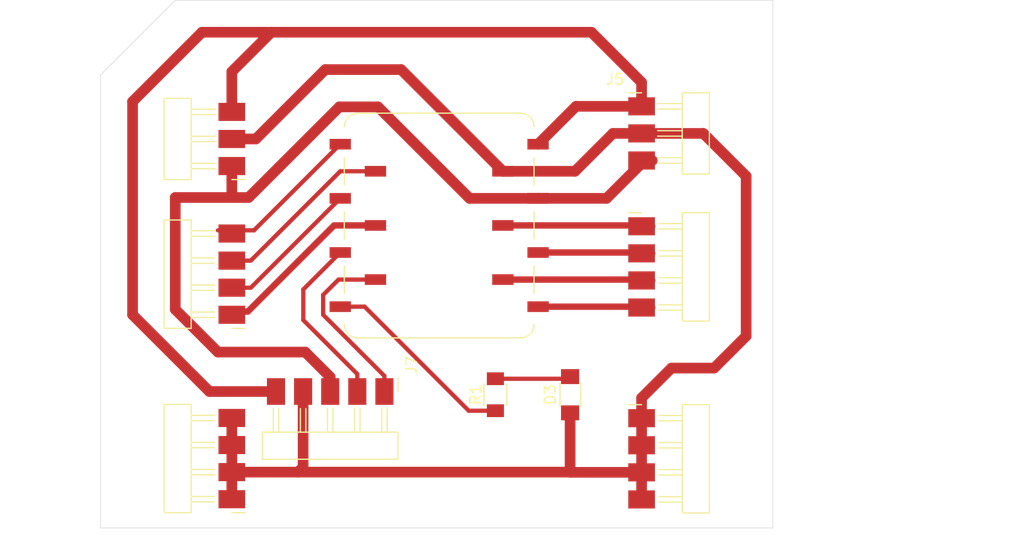
<source format=kicad_pcb>
(kicad_pcb (version 20240108) (generator "pcbnew") (generator_version "8.0")
  (layers (0 "F.Cu" signal) (31 "B.Cu" signal) (34 "B.Paste" user) (35 "F.Paste" user) (36 "B.SilkS" user "B.Silkscreen") (37 "F.SilkS" user "F.Silkscreen") (38 "B.Mask" user) (39 "F.Mask" user) (44 "Edge.Cuts" user))
  (net 0 "")
  (net 1 "Net-(D3-A)")
  (net 2 "D1")
  (net 3 "PWR_3V3")
  (net 4 "D3")
  (net 5 "PWR_GND")
  (net 6 "PWR_5V")
  (net 7 "D0")
  (net 8 "D2")
  (net 9 "IIC_SCL{slash}DigitalIO")
  (net 10 "IIC_SDA{slash}DigitalIO")
  (net 11 "D7")
  (net 12 "D8")
  (net 13 "D9")
  (net 14 "LED")
  (net 15 "D10")
  (footprint "fab:PinHeader_01x03_P2.54mm_Horizontal_SMD" (layer "F.Cu") (at 89.3 39.55 180)
    (property "Reference" "J1" (hide yes))
    (property "Value" "AnalogPinHeader_01x03_P2.54mm_Horizontal_SMD")
    (fp_line (start 6.35 6.35) (end 3.81 6.35) (stroke (width 0.12)) (layer "F.SilkS"))
    (fp_line (start 6.35 -1.27) (end 6.35 6.35) (stroke (width 0.12)) (layer "F.SilkS"))
    (fp_line (start 3.81 6.35) (end 3.81 -1.27) (stroke (width 0.12)) (layer "F.SilkS"))
    (fp_line (start 3.81 5.334) (end 1.5 5.334) (stroke (width 0.12)) (layer "F.SilkS"))
    (fp_line (start 3.81 4.826) (end 1.5 4.826) (stroke (width 0.12)) (layer "F.SilkS"))
    (fp_line (start 3.81 2.794) (end 1.5 2.794) (stroke (width 0.12)) (layer "F.SilkS"))
    (fp_line (start 3.81 2.286) (end 1.5 2.286) (stroke (width 0.12)) (layer "F.SilkS"))
    (fp_line (start 3.81 0.254) (end 1.5 0.254) (stroke (width 0.12)) (layer "F.SilkS"))
    (fp_line (start 3.81 -0.254) (end 1.5 -0.254) (stroke (width 0.12)) (layer "F.SilkS"))
    (fp_line (start 3.81 -1.27) (end 6.35 -1.27) (stroke (width 0.12)) (layer "F.SilkS"))
    (fp_line (start -1.27 -1.27) (end 0 -1.27) (stroke (width 0.12)) (layer "F.SilkS"))
    (pad "1" smd rect (at 0 0 180) (size 2.5 1.7) (layers "F.Cu" "F.Paste" "F.Mask") (net 3 "PWR_3V3"))
    (pad "2" smd rect (at 0 2.54 180) (size 2.5 1.7) (layers "F.Cu" "F.Paste" "F.Mask") (net 5 "PWR_GND"))
    (pad "3" smd rect (at 0 5.08 180) (size 2.5 1.7) (layers "F.Cu" "F.Paste" "F.Mask") (net 6 "PWR_5V"))
  )
  (footprint "fab:PinHeader_01x04_P2.54mm_Horizontal_SMD" (layer "F.Cu") (at 127.7 45.2)
    (property "Reference" "J6" (hide yes))
    (property "Value" "PinHeader_01x04_P2.54mm_Horizontal_SMD" (hide yes))
    (fp_line (start -1.27 -1.27) (end 0 -1.27) (stroke (width 0.12)) (layer "F.SilkS"))
    (fp_line (start 3.81 -1.27) (end 6.35 -1.27) (stroke (width 0.12)) (layer "F.SilkS"))
    (fp_line (start 3.81 -0.254) (end 1.6 -0.254) (stroke (width 0.12)) (layer "F.SilkS"))
    (fp_line (start 3.81 0.254) (end 1.6 0.254) (stroke (width 0.12)) (layer "F.SilkS"))
    (fp_line (start 3.81 2.286) (end 1.6 2.286) (stroke (width 0.12)) (layer "F.SilkS"))
    (fp_line (start 3.81 2.794) (end 1.6 2.794) (stroke (width 0.12)) (layer "F.SilkS"))
    (fp_line (start 3.81 4.826) (end 1.6 4.826) (stroke (width 0.12)) (layer "F.SilkS"))
    (fp_line (start 3.81 5.334) (end 1.6 5.334) (stroke (width 0.12)) (layer "F.SilkS"))
    (fp_line (start 3.81 7.366) (end 1.6 7.366) (stroke (width 0.12)) (layer "F.SilkS"))
    (fp_line (start 3.81 7.874) (end 1.6 7.874) (stroke (width 0.12)) (layer "F.SilkS"))
    (fp_line (start 3.81 8.89) (end 3.81 -1.27) (stroke (width 0.12)) (layer "F.SilkS"))
    (fp_line (start 6.35 -1.27) (end 6.35 8.89) (stroke (width 0.12)) (layer "F.SilkS"))
    (fp_line (start 6.35 8.89) (end 3.81 8.89) (stroke (width 0.12)) (layer "F.SilkS"))
    (pad "1" smd rect (at 0 0) (size 2.5 1.7) (layers "F.Cu" "F.Paste" "F.Mask") (net 15 "D10"))
    (pad "2" smd rect (at 0 2.54) (size 2.5 1.7) (layers "F.Cu" "F.Paste" "F.Mask") (net 13 "D9"))
    (pad "3" smd rect (at 0 5.08) (size 2.5 1.7) (layers "F.Cu" "F.Paste" "F.Mask") (net 12 "D8"))
    (pad "4" smd rect (at 0 7.62) (size 2.5 1.7) (layers "F.Cu" "F.Paste" "F.Mask") (net 11 "D7"))
  )
  (footprint "fab:PinHeader_01x04_P2.54mm_Horizontal_SMD" (layer "F.Cu") (at 89.3 53.5 180)
    (property "Reference" "J8" (hide yes))
    (property "Value" "PinHeader_01x04_P2.54mm_Horizontal_SMD")
    (fp_line (start 6.35 8.89) (end 3.81 8.89) (stroke (width 0.12)) (layer "F.SilkS"))
    (fp_line (start 6.35 -1.27) (end 6.35 8.89) (stroke (width 0.12)) (layer "F.SilkS"))
    (fp_line (start 3.81 8.89) (end 3.81 -1.27) (stroke (width 0.12)) (layer "F.SilkS"))
    (fp_line (start 3.81 7.874) (end 1.6 7.874) (stroke (width 0.12)) (layer "F.SilkS"))
    (fp_line (start 3.81 7.366) (end 1.6 7.366) (stroke (width 0.12)) (layer "F.SilkS"))
    (fp_line (start 3.81 5.334) (end 1.6 5.334) (stroke (width 0.12)) (layer "F.SilkS"))
    (fp_line (start 3.81 4.826) (end 1.6 4.826) (stroke (width 0.12)) (layer "F.SilkS"))
    (fp_line (start 3.81 2.794) (end 1.6 2.794) (stroke (width 0.12)) (layer "F.SilkS"))
    (fp_line (start 3.81 2.286) (end 1.6 2.286) (stroke (width 0.12)) (layer "F.SilkS"))
    (fp_line (start 3.81 0.254) (end 1.6 0.254) (stroke (width 0.12)) (layer "F.SilkS"))
    (fp_line (start 3.81 -0.254) (end 1.6 -0.254) (stroke (width 0.12)) (layer "F.SilkS"))
    (fp_line (start 3.81 -1.27) (end 6.35 -1.27) (stroke (width 0.12)) (layer "F.SilkS"))
    (fp_line (start -1.27 -1.27) (end 0 -1.27) (stroke (width 0.12)) (layer "F.SilkS"))
    (pad "1" smd rect (at 0 0 180) (size 2.5 1.7) (layers "F.Cu" "F.Paste" "F.Mask") (net 4 "D3"))
    (pad "2" smd rect (at 0 2.54 180) (size 2.5 1.7) (layers "F.Cu" "F.Paste" "F.Mask") (net 8 "D2"))
    (pad "3" smd rect (at 0 5.08 180) (size 2.5 1.7) (layers "F.Cu" "F.Paste" "F.Mask") (net 2 "D1"))
    (pad "4" smd rect (at 0 7.62 180) (size 2.5 1.7) (layers "F.Cu" "F.Paste" "F.Mask") (net 7 "D0"))
  )
  (footprint "fab:LED_1206" (layer "F.Cu") (at 121 61 90)
    (property "Reference" "D3" (at 0 -1.85 90) (layer "F.SilkS"))
    (property "Value" "Debug LED_1206")
    (fp_line (start -1.1 -0.95) (end 1.1 -0.95) (stroke (width 0.12)) (layer "F.SilkS"))
    (fp_line (start -1.1 1) (end 1.1 1) (stroke (width 0.12)) (layer "F.SilkS"))
    (pad "1" smd rect (at -1.7 0 90) (size 1.4 1.7) (layers "F.Cu" "F.Paste" "F.Mask") (net 5 "PWR_GND"))
    (pad "2" smd rect (at 1.7 0 90) (size 1.4 1.7) (layers "F.Cu" "F.Paste" "F.Mask") (net 1 "Net-(D3-A)"))
  )
  (footprint "fab:R_1206" (layer "F.Cu") (at 114 61 90)
    (property "Reference" "R1" (at 0 -1.85 90) (layer "F.SilkS"))
    (property "Value" "470R")
    (fp_line (start -1 -1.07) (end 1 -1.07) (stroke (width 0.12)) (layer "F.SilkS"))
    (fp_line (start 1 1.07) (end -1 1.07) (stroke (width 0.12)) (layer "F.SilkS"))
    (pad "1" smd rect (at -1.5 0 90) (size 1.2 1.6) (layers "F.Cu" "F.Paste" "F.Mask") (net 14 "LED"))
    (pad "2" smd rect (at 1.5 0 90) (size 1.2 1.6) (layers "F.Cu" "F.Paste" "F.Mask") (net 1 "Net-(D3-A)"))
  )
  (footprint "fab:PinHeader_01x03_P2.54mm_Horizontal_SMD" (layer "F.Cu") (at 127.7 33.95)
    (property "Reference" "J5" (at -1.524 -2.54 360) (layer "F.SilkS") (effects (justify right)))
    (property "Value" "DigitalPinHeader_01x03_P2.54mm_Horizontal_SMD")
    (fp_line (start -1.27 -1.27) (end 0 -1.27) (stroke (width 0.12)) (layer "F.SilkS"))
    (fp_line (start 3.81 -1.27) (end 6.35 -1.27) (stroke (width 0.12)) (layer "F.SilkS"))
    (fp_line (start 3.81 -0.254) (end 1.5 -0.254) (stroke (width 0.12)) (layer "F.SilkS"))
    (fp_line (start 3.81 0.254) (end 1.5 0.254) (stroke (width 0.12)) (layer "F.SilkS"))
    (fp_line (start 3.81 2.286) (end 1.5 2.286) (stroke (width 0.12)) (layer "F.SilkS"))
    (fp_line (start 3.81 2.794) (end 1.5 2.794) (stroke (width 0.12)) (layer "F.SilkS"))
    (fp_line (start 3.81 4.826) (end 1.5 4.826) (stroke (width 0.12)) (layer "F.SilkS"))
    (fp_line (start 3.81 5.334) (end 1.5 5.334) (stroke (width 0.12)) (layer "F.SilkS"))
    (fp_line (start 3.81 6.35) (end 3.81 -1.27) (stroke (width 0.12)) (layer "F.SilkS"))
    (fp_line (start 6.35 -1.27) (end 6.35 6.35) (stroke (width 0.12)) (layer "F.SilkS"))
    (fp_line (start 6.35 6.35) (end 3.81 6.35) (stroke (width 0.12)) (layer "F.SilkS"))
    (pad "1" smd rect (at 0 0) (size 2.5 1.7) (layers "F.Cu" "F.Paste" "F.Mask") (net 6 "PWR_5V"))
    (pad "2" smd rect (at 0 2.54) (size 2.5 1.7) (layers "F.Cu" "F.Paste" "F.Mask") (net 5 "PWR_GND"))
    (pad "3" smd rect (at 0 5.08) (size 2.5 1.7) (layers "F.Cu" "F.Paste" "F.Mask") (net 3 "PWR_3V3"))
  )
  (footprint "fab:PinHeader_01x04_P2.54mm_Horizontal_SMD" (layer "F.Cu") (at 89.3 70.8 180)
    (property "Reference" "J4" (hide yes))
    (property "Value" "PinHeader_01x04_P2.54mm_Horizontal_SMD" (hide yes))
    (fp_line (start 6.35 8.89) (end 3.81 8.89) (stroke (width 0.12)) (layer "F.SilkS"))
    (fp_line (start 6.35 -1.27) (end 6.35 8.89) (stroke (width 0.12)) (layer "F.SilkS"))
    (fp_line (start 3.81 8.89) (end 3.81 -1.27) (stroke (width 0.12)) (layer "F.SilkS"))
    (fp_line (start 3.81 7.874) (end 1.6 7.874) (stroke (width 0.12)) (layer "F.SilkS"))
    (fp_line (start 3.81 7.366) (end 1.6 7.366) (stroke (width 0.12)) (layer "F.SilkS"))
    (fp_line (start 3.81 5.334) (end 1.6 5.334) (stroke (width 0.12)) (layer "F.SilkS"))
    (fp_line (start 3.81 4.826) (end 1.6 4.826) (stroke (width 0.12)) (layer "F.SilkS"))
    (fp_line (start 3.81 2.794) (end 1.6 2.794) (stroke (width 0.12)) (layer "F.SilkS"))
    (fp_line (start 3.81 2.286) (end 1.6 2.286) (stroke (width 0.12)) (layer "F.SilkS"))
    (fp_line (start 3.81 0.254) (end 1.6 0.254) (stroke (width 0.12)) (layer "F.SilkS"))
    (fp_line (start 3.81 -0.254) (end 1.6 -0.254) (stroke (width 0.12)) (layer "F.SilkS"))
    (fp_line (start 3.81 -1.27) (end 6.35 -1.27) (stroke (width 0.12)) (layer "F.SilkS"))
    (fp_line (start -1.27 -1.27) (end 0 -1.27) (stroke (width 0.12)) (layer "F.SilkS"))
    (pad "1" smd rect (at 0 0 180) (size 2.5 1.7) (layers "F.Cu" "F.Paste" "F.Mask") (net 5 "PWR_GND"))
    (pad "2" smd rect (at 0 2.54 180) (size 2.5 1.7) (layers "F.Cu" "F.Paste" "F.Mask") (net 5 "PWR_GND"))
    (pad "3" smd rect (at 0 5.08 180) (size 2.5 1.7) (layers "F.Cu" "F.Paste" "F.Mask") (net 5 "PWR_GND"))
    (pad "4" smd rect (at 0 7.62 180) (size 2.5 1.7) (layers "F.Cu" "F.Paste" "F.Mask") (net 5 "PWR_GND"))
  )
  (footprint "fab:Module_XIAO_Generic_SocketSMD" (layer "F.Cu") (at 108.73 45.12)
    (property "Reference" "M1" (hide yes))
    (property "Value" "Module_XIAO_Generic_SocketSMD")
    (fp_line (start -8.89 -6.35) (end -8.89 -3.81) (stroke (width 0.12)) (layer "F.SilkS"))
    (fp_line (start -8.89 -1.27) (end -8.89 1.27) (stroke (width 0.12)) (layer "F.SilkS"))
    (fp_line (start -8.89 3.81) (end -8.89 6.35) (stroke (width 0.12)) (layer "F.SilkS"))
    (fp_line (start -7.6175 -10.531) (end 7.6225 -10.531) (stroke (width 0.12)) (layer "F.SilkS"))
    (fp_line (start 7.6225 10.551) (end -7.6175 10.551) (stroke (width 0.12)) (layer "F.SilkS"))
    (fp_line (start 8.89 -6.35) (end 8.89 -3.81) (stroke (width 0.12)) (layer "F.SilkS"))
    (fp_line (start 8.89 -1.27) (end 8.89 1.27) (stroke (width 0.12)) (layer "F.SilkS"))
    (fp_line (start 8.89 3.81) (end 8.89 6.35) (stroke (width 0.12)) (layer "F.SilkS"))
    (fp_arc (start -8.8875 -9.261) (mid -8.515526 -10.159026) (end -7.6175 -10.531) (stroke (width 0.12)) (layer "F.SilkS"))
    (fp_arc (start -7.6175 10.551) (mid -8.515526 10.179026) (end -8.8875 9.281) (stroke (width 0.12)) (layer "F.SilkS"))
    (fp_arc (start 7.6225 -10.531) (mid 8.520526 -10.159026) (end 8.8925 -9.261) (stroke (width 0.12)) (layer "F.SilkS"))
    (fp_arc (start 8.8925 9.281) (mid 8.520526 10.179026) (end 7.6225 10.551) (stroke (width 0.12)) (layer "F.SilkS"))
    (pad "1" smd rect (at -9.27 -7.62) (size 2 1) (layers "F.Cu" "F.Paste" "F.Mask") (net 7 "D0"))
    (pad "2" smd rect (at -5.97 -5.08) (size 2 1) (layers "F.Cu" "F.Paste" "F.Mask") (net 2 "D1"))
    (pad "3" smd rect (at -9.27 -2.54) (size 2 1) (layers "F.Cu" "F.Paste" "F.Mask") (net 8 "D2"))
    (pad "4" smd rect (at -5.97 0) (size 2 1) (layers "F.Cu" "F.Paste" "F.Mask") (net 4 "D3"))
    (pad "5" smd rect (at -9.27 2.54) (size 2 1) (layers "F.Cu" "F.Paste" "F.Mask") (net 9 "IIC_SCL{slash}DigitalIO"))
    (pad "6" smd rect (at -5.97 5.08) (size 2 1) (layers "F.Cu" "F.Paste" "F.Mask") (net 10 "IIC_SDA{slash}DigitalIO"))
    (pad "7" smd rect (at -9.27 7.62) (size 2 1) (layers "F.Cu" "F.Paste" "F.Mask") (net 14 "LED"))
    (pad "8" smd rect (at 9.27 7.62) (size 2 1) (layers "F.Cu" "F.Paste" "F.Mask") (net 11 "D7"))
    (pad "9" smd rect (at 5.97 5.08) (size 2 1) (layers "F.Cu" "F.Paste" "F.Mask") (net 12 "D8"))
    (pad "10" smd rect (at 9.27 2.54) (size 2 1) (layers "F.Cu" "F.Paste" "F.Mask") (net 13 "D9"))
    (pad "11" smd rect (at 5.97 0) (size 2 1) (layers "F.Cu" "F.Paste" "F.Mask") (net 15 "D10"))
    (pad "12" smd rect (at 9.27 -2.54) (size 2 1) (layers "F.Cu" "F.Paste" "F.Mask") (net 3 "PWR_3V3"))
    (pad "13" smd rect (at 5.97 -5.08) (size 2 1) (layers "F.Cu" "F.Paste" "F.Mask") (net 5 "PWR_GND"))
    (pad "14" smd rect (at 9.27 -7.62) (size 2 1) (layers "F.Cu" "F.Paste" "F.Mask") (net 6 "PWR_5V"))
  )
  (footprint "fab:PinHeader_01x05_P2.54mm_Horizontal_SMD" (layer "F.Cu") (at 103.6 60.7 -90)
    (property "Reference" "J7" (at -1.524 -2.54 90) (layer "F.SilkS") (effects (justify left)))
    (property "Value" "PinHeader_01x05_P2.54mm_Horizontal_SMD" (hide yes))
    (fp_line (start 3.81 11.43) (end 3.81 -1.27) (stroke (width 0.12)) (layer "F.SilkS"))
    (fp_line (start 6.35 11.43) (end 3.81 11.43) (stroke (width 0.12)) (layer "F.SilkS"))
    (fp_line (start 3.81 10.414) (end 1.6 10.414) (stroke (width 0.12)) (layer "F.SilkS"))
    (fp_line (start 3.81 9.906) (end 1.6 9.906) (stroke (width 0.12)) (layer "F.SilkS"))
    (fp_line (start 3.81 7.874) (end 1.6 7.874) (stroke (width 0.12)) (layer "F.SilkS"))
    (fp_line (start 3.81 7.366) (end 1.6 7.366) (stroke (width 0.12)) (layer "F.SilkS"))
    (fp_line (start 3.81 5.334) (end 1.6 5.334) (stroke (width 0.12)) (layer "F.SilkS"))
    (fp_line (start 3.81 4.826) (end 1.6 4.826) (stroke (width 0.12)) (layer "F.SilkS"))
    (fp_line (start 3.81 2.794) (end 1.6 2.794) (stroke (width 0.12)) (layer "F.SilkS"))
    (fp_line (start 3.81 2.286) (end 1.6 2.286) (stroke (width 0.12)) (layer "F.SilkS"))
    (fp_line (start 3.81 0.254) (end 1.6 0.254) (stroke (width 0.12)) (layer "F.SilkS"))
    (fp_line (start 3.81 -0.254) (end 1.6 -0.254) (stroke (width 0.12)) (layer "F.SilkS"))
    (fp_line (start -1.27 -1.27) (end 0 -1.27) (stroke (width 0.12)) (layer "F.SilkS"))
    (fp_line (start 3.81 -1.27) (end 6.35 -1.27) (stroke (width 0.12)) (layer "F.SilkS"))
    (fp_line (start 6.35 -1.27) (end 6.35 11.43) (stroke (width 0.12)) (layer "F.SilkS"))
    (pad "1" smd rect (at 0 0 270) (size 2.5 1.7) (layers "F.Cu" "F.Paste" "F.Mask") (net 10 "IIC_SDA{slash}DigitalIO"))
    (pad "2" smd rect (at 0 2.54 270) (size 2.5 1.7) (layers "F.Cu" "F.Paste" "F.Mask") (net 9 "IIC_SCL{slash}DigitalIO"))
    (pad "3" smd rect (at 0 5.08 270) (size 2.5 1.7) (layers "F.Cu" "F.Paste" "F.Mask") (net 3 "PWR_3V3"))
    (pad "4" smd rect (at 0 7.62 270) (size 2.5 1.7) (layers "F.Cu" "F.Paste" "F.Mask") (net 5 "PWR_GND"))
    (pad "5" smd rect (at 0 10.16 270) (size 2.5 1.7) (layers "F.Cu" "F.Paste" "F.Mask") (net 6 "PWR_5V"))
  )
  (footprint "fab:PinHeader_01x04_P2.54mm_Horizontal_SMD" (layer "F.Cu") (at 127.7 63.2)
    (property "Reference" "J2" (hide yes))
    (property "Value" "PinHeader_01x04_P2.54mm_Horizontal_SMD")
    (fp_line (start -1.27 -1.27) (end 0 -1.27) (stroke (width 0.12)) (layer "F.SilkS"))
    (fp_line (start 3.81 -1.27) (end 6.35 -1.27) (stroke (width 0.12)) (layer "F.SilkS"))
    (fp_line (start 3.81 -0.254) (end 1.6 -0.254) (stroke (width 0.12)) (layer "F.SilkS"))
    (fp_line (start 3.81 0.254) (end 1.6 0.254) (stroke (width 0.12)) (layer "F.SilkS"))
    (fp_line (start 3.81 2.286) (end 1.6 2.286) (stroke (width 0.12)) (layer "F.SilkS"))
    (fp_line (start 3.81 2.794) (end 1.6 2.794) (stroke (width 0.12)) (layer "F.SilkS"))
    (fp_line (start 3.81 4.826) (end 1.6 4.826) (stroke (width 0.12)) (layer "F.SilkS"))
    (fp_line (start 3.81 5.334) (end 1.6 5.334) (stroke (width 0.12)) (layer "F.SilkS"))
    (fp_line (start 3.81 7.366) (end 1.6 7.366) (stroke (width 0.12)) (layer "F.SilkS"))
    (fp_line (start 3.81 7.874) (end 1.6 7.874) (stroke (width 0.12)) (layer "F.SilkS"))
    (fp_line (start 3.81 8.89) (end 3.81 -1.27) (stroke (width 0.12)) (layer "F.SilkS"))
    (fp_line (start 6.35 -1.27) (end 6.35 8.89) (stroke (width 0.12)) (layer "F.SilkS"))
    (fp_line (start 6.35 8.89) (end 3.81 8.89) (stroke (width 0.12)) (layer "F.SilkS"))
    (pad "1" smd rect (at 0 0) (size 2.5 1.7) (layers "F.Cu" "F.Paste" "F.Mask") (net 5 "PWR_GND"))
    (pad "2" smd rect (at 0 2.54) (size 2.5 1.7) (layers "F.Cu" "F.Paste" "F.Mask") (net 5 "PWR_GND"))
    (pad "3" smd rect (at 0 5.08) (size 2.5 1.7) (layers "F.Cu" "F.Paste" "F.Mask") (net 5 "PWR_GND"))
    (pad "4" smd rect (at 0 7.62) (size 2.5 1.7) (layers "F.Cu" "F.Paste" "F.Mask") (net 5 "PWR_GND"))
  )
  (gr_line (start 77 31) (end 84 24) (stroke (width 0.05)) (layer "Edge.Cuts"))
  (gr_line (start 140 24) (end 140 73.5) (stroke (width 0.05)) (layer "Edge.Cuts"))
  (gr_line (start 84 24) (end 140 24) (stroke (width 0.05)) (layer "Edge.Cuts"))
  (gr_line (start 77 73.5) (end 140 73.5) (stroke (width 0.05)) (layer "Edge.Cuts"))
  (gr_line (start 77 31) (end 77 73.5) (stroke (width 0.05)) (layer "Edge.Cuts"))
  (segment (start 114 59.5) (end 120.8 59.5) (width 0.4) (layer "F.Cu") (net 1))
  (segment (start 99.46 40.04) (end 91.08 48.42) (width 0.4) (layer "F.Cu") (net 2))
  (segment (start 91.08 48.42) (end 89.3 48.42) (width 0.4) (layer "F.Cu") (net 2))
  (segment (start 102.76 40.04) (end 99.46 40.04) (width 0.4) (layer "F.Cu") (net 2))
  (segment (start 89 42.5) (end 90.875 42.5) (width 1) (layer "F.Cu") (net 3))
  (segment (start 118 42.58) (end 124.42 42.58) (width 1) (layer "F.Cu") (net 3))
  (segment (start 111.58 42.58) (end 103 34) (width 1) (layer "F.Cu") (net 3))
  (segment (start 96.18 57) (end 88 57) (width 1) (layer "F.Cu") (net 3))
  (segment (start 103 34) (end 99.375 34) (width 1) (layer "F.Cu") (net 3))
  (segment (start 127.7 39.3) (end 127.7 39.03) (width 1) (layer "F.Cu") (net 3))
  (segment (start 128.7 39.03) (end 127.97 39.03) (width 1) (layer "F.Cu") (net 3))
  (segment (start 98.52 60.7) (end 98.52 59.34) (width 1) (layer "F.Cu") (net 3))
  (segment (start 84 53) (end 84 42.5) (width 1) (layer "F.Cu") (net 3))
  (segment (start 98.52 59.34) (end 96.18 57) (width 1) (layer "F.Cu") (net 3))
  (segment (start 89.3 39.55) (end 89.3 42.2) (width 1) (layer "F.Cu") (net 3))
  (segment (start 90.875 42.5) (end 93.6875 39.6875) (width 1) (layer "F.Cu") (net 3))
  (segment (start 118 42.58) (end 111.58 42.58) (width 1) (layer "F.Cu") (net 3))
  (segment (start 84 42.5) (end 89 42.5) (width 1) (layer "F.Cu") (net 3))
  (segment (start 99.375 34) (end 93.6875 39.6875) (width 1) (layer "F.Cu") (net 3))
  (segment (start 88 57) (end 84 53) (width 1) (layer "F.Cu") (net 3))
  (segment (start 124.42 42.58) (end 127.7 39.3) (width 1) (layer "F.Cu") (net 3))
  (segment (start 89.3 42.2) (end 89 42.5) (width 1) (layer "F.Cu") (net 3))
  (segment (start 89.6 53.2) (end 89.3 53.5) (width 0.6) (layer "F.Cu") (net 4))
  (segment (start 90.8 53.2) (end 98.88 45.12) (width 0.6) (layer "F.Cu") (net 4))
  (segment (start 98.88 45.12) (end 102.76 45.12) (width 0.6) (layer "F.Cu") (net 4))
  (segment (start 90.8 53.2) (end 89.6 53.2) (width 0.6) (layer "F.Cu") (net 4))
  (segment (start 121 68.26) (end 121.02 68.28) (width 1) (layer "F.Cu") (net 5))
  (segment (start 127.7 70.82) (end 127.7 61.3) (width 1) (layer "F.Cu") (net 5))
  (segment (start 127.7 61.3) (end 130.5 58.5) (width 1) (layer "F.Cu") (net 5))
  (segment (start 91.55 37.01) (end 98.06 30.5) (width 1) (layer "F.Cu") (net 5))
  (segment (start 89.3 63.18) (end 89.3 70.8) (width 1) (layer "F.Cu") (net 5))
  (segment (start 134.5 58.5) (end 137.5 55.5) (width 1) (layer "F.Cu") (net 5))
  (segment (start 121 62.7) (end 121 68.26) (width 1) (layer "F.Cu") (net 5))
  (segment (start 133.49 36.49) (end 127.7 36.49) (width 1) (layer "F.Cu") (net 5))
  (segment (start 137.5 40.5) (end 133.49 36.49) (width 1) (layer "F.Cu") (net 5))
  (segment (start 137.5 55.5) (end 137.5 40.5) (width 1) (layer "F.Cu") (net 5))
  (segment (start 98.06 30.5) (end 105.16 30.5) (width 1) (layer "F.Cu") (net 5))
  (segment (start 95.98 60.7) (end 95.98 67.78) (width 1) (layer "F.Cu") (net 5))
  (segment (start 121.46 40.04) (end 114.7 40.04) (width 1) (layer "F.Cu") (net 5))
  (segment (start 125.01 36.49) (end 127.7 36.49) (width 1) (layer "F.Cu") (net 5))
  (segment (start 130.5 58.5) (end 134.5 58.5) (width 1) (layer "F.Cu") (net 5))
  (segment (start 89.3 68.26) (end 95.5 68.26) (width 1) (layer "F.Cu") (net 5))
  (segment (start 121.02 68.28) (end 127.7 68.28) (width 1) (layer "F.Cu") (net 5))
  (segment (start 125.01 36.49) (end 121.46 40.04) (width 1) (layer "F.Cu") (net 5))
  (segment (start 95.5 68.26) (end 121 68.26) (width 1) (layer "F.Cu") (net 5))
  (segment (start 89.3 37.01) (end 91.55 37.01) (width 1) (layer "F.Cu") (net 5))
  (segment (start 95.98 67.78) (end 95.5 68.26) (width 1) (layer "F.Cu") (net 5))
  (segment (start 114.7 40.04) (end 105.16 30.5) (width 1) (layer "F.Cu") (net 5))
  (segment (start 93.44 60.7) (end 87.2 60.7) (width 1) (layer "F.Cu") (net 6))
  (segment (start 123 27) (end 93 27) (width 1) (layer "F.Cu") (net 6))
  (segment (start 80 53.5) (end 80 33.5) (width 1) (layer "F.Cu") (net 6))
  (segment (start 89.3 34.47) (end 89.3 30.7) (width 1) (layer "F.Cu") (net 6))
  (segment (start 86.5 27) (end 93 27) (width 1) (layer "F.Cu") (net 6))
  (segment (start 80 33.5) (end 86.5 27) (width 1) (layer "F.Cu") (net 6))
  (segment (start 127.7 31.7) (end 123 27) (width 1) (layer "F.Cu") (net 6))
  (segment (start 89.3 30.7) (end 93 27) (width 1) (layer "F.Cu") (net 6))
  (segment (start 121.55 33.95) (end 127.7 33.95) (width 1) (layer "F.Cu") (net 6))
  (segment (start 127.7 33.95) (end 127.7 31.7) (width 1) (layer "F.Cu") (net 6))
  (segment (start 118 37.5) (end 121.55 33.95) (width 1) (layer "F.Cu") (net 6))
  (segment (start 87.2 60.7) (end 80 53.5) (width 1) (layer "F.Cu") (net 6))
  (segment (start 88 45.58) (end 91.38 45.58) (width 0.4) (layer "F.Cu") (net 7))
  (segment (start 91.38 45.58) (end 99.46 37.5) (width 0.4) (layer "F.Cu") (net 7))
  (segment (start 99.46 42.58) (end 91.08 50.96) (width 0.4) (layer "F.Cu") (net 8))
  (segment (start 91.08 50.96) (end 89.3 50.96) (width 0.4) (layer "F.Cu") (net 8))
  (segment (start 101.06 59.06) (end 101.06 60.7) (width 0.4) (layer "F.Cu") (net 9))
  (segment (start 96 54) (end 96 51.12) (width 0.4) (layer "F.Cu") (net 9))
  (segment (start 96 51.12) (end 99.46 47.66) (width 0.4) (layer "F.Cu") (net 9))
  (segment (start 96 54) (end 101.06 59.06) (width 0.4) (layer "F.Cu") (net 9))
  (segment (start 97.86 53.5) (end 97.86 51.64) (width 0.4) (layer "F.Cu") (net 10))
  (segment (start 97.86 53.5) (end 103.6 59.24) (width 0.4) (layer "F.Cu") (net 10))
  (segment (start 103.6 59.24) (end 103.6 60.7) (width 0.4) (layer "F.Cu") (net 10))
  (segment (start 99.3 50.2) (end 97.86 51.64) (width 0.4) (layer "F.Cu") (net 10))
  (segment (start 102.76 50.2) (end 99.3 50.2) (width 0.4) (layer "F.Cu") (net 10))
  (segment (start 118 52.74) (end 127.62 52.74) (width 0.6) (layer "F.Cu") (net 11))
  (segment (start 127.62 52.74) (end 127.7 52.82) (width 0.6) (layer "F.Cu") (net 11))
  (segment (start 128.62 52.74) (end 128.7 52.82) (width 0.6) (layer "F.Cu") (net 11))
  (segment (start 127.62 50.2) (end 127.7 50.28) (width 0.6) (layer "F.Cu") (net 12))
  (segment (start 128.62 50.2) (end 128.7 50.28) (width 0.6) (layer "F.Cu") (net 12))
  (segment (start 114.7 50.2) (end 127.62 50.2) (width 0.6) (layer "F.Cu") (net 12))
  (segment (start 128.62 47.66) (end 128.7 47.74) (width 0.6) (layer "F.Cu") (net 13))
  (segment (start 118 47.66) (end 127.62 47.66) (width 0.6) (layer "F.Cu") (net 13))
  (segment (start 127.62 47.66) (end 127.7 47.74) (width 0.6) (layer "F.Cu") (net 13))
  (segment (start 114 62.5) (end 111.5 62.5) (width 0.4) (layer "F.Cu") (net 14))
  (segment (start 111.5 62.5) (end 101.74 52.74) (width 0.4) (layer "F.Cu") (net 14))
  (segment (start 101.74 52.74) (end 99.46 52.74) (width 0.4) (layer "F.Cu") (net 14))
  (segment (start 114.7 45.12) (end 127.62 45.12) (width 0.6) (layer "F.Cu") (net 15))
  (segment (start 127.62 45.12) (end 127.7 45.2) (width 0.6) (layer "F.Cu") (net 15))
  (segment (start 128.62 45.12) (end 128.7 45.2) (width 0.6) (layer "F.Cu") (net 15))
)
</source>
